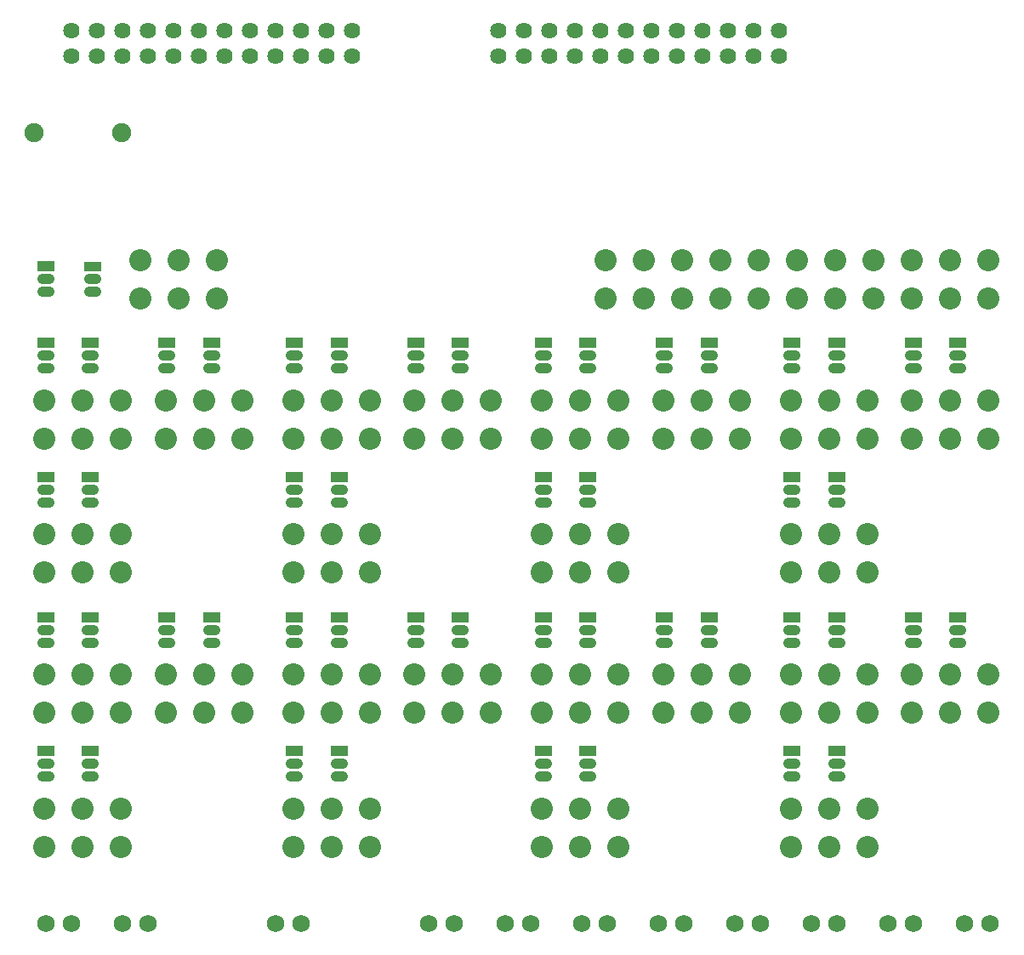
<source format=gbs>
G04 Layer: BottomSolderMaskLayer*
G04 EasyEDA v6.4.25, 2021-12-30T01:40:23+01:00*
G04 349a449686454aac8e9d9284578b31c7,bb3cfcbffc6840158e79d7648404357e,10*
G04 Gerber Generator version 0.2*
G04 Scale: 100 percent, Rotated: No, Reflected: No *
G04 Dimensions in millimeters *
G04 leading zeros omitted , absolute positions ,4 integer and 5 decimal *
%FSLAX45Y45*%
%MOMM*%

%ADD22C,1.0016*%
%ADD23C,1.7526*%
%ADD24C,1.9016*%
%ADD25C,1.6256*%
%ADD27C,2.2022*%

%LPD*%
D22*
X1368498Y6921500D02*
G01*
X1298498Y6921500D01*
X1368498Y6794500D02*
G01*
X1298498Y6794500D01*
X1837890Y6920992D02*
G01*
X1767890Y6920992D01*
X1837890Y6793992D02*
G01*
X1767890Y6793992D01*
X1368498Y6159500D02*
G01*
X1298498Y6159500D01*
X1368498Y6032500D02*
G01*
X1298498Y6032500D01*
X1812998Y6159500D02*
G01*
X1742998Y6159500D01*
X1812998Y6032500D02*
G01*
X1742998Y6032500D01*
X2574998Y6159500D02*
G01*
X2504998Y6159500D01*
X2574998Y6032500D02*
G01*
X2504998Y6032500D01*
X3019498Y6159500D02*
G01*
X2949498Y6159500D01*
X3019498Y6032500D02*
G01*
X2949498Y6032500D01*
X1368498Y4826000D02*
G01*
X1298498Y4826000D01*
X1368498Y4699000D02*
G01*
X1298498Y4699000D01*
X1812998Y4826000D02*
G01*
X1742998Y4826000D01*
X1812998Y4699000D02*
G01*
X1742998Y4699000D01*
X3844998Y6159500D02*
G01*
X3774998Y6159500D01*
X3844998Y6032500D02*
G01*
X3774998Y6032500D01*
X4289498Y6159500D02*
G01*
X4219498Y6159500D01*
X4289498Y6032500D02*
G01*
X4219498Y6032500D01*
X5051498Y6159500D02*
G01*
X4981498Y6159500D01*
X5051498Y6032500D02*
G01*
X4981498Y6032500D01*
X5495998Y6159500D02*
G01*
X5425998Y6159500D01*
X5495998Y6032500D02*
G01*
X5425998Y6032500D01*
X3844998Y4826000D02*
G01*
X3774998Y4826000D01*
X3844998Y4699000D02*
G01*
X3774998Y4699000D01*
X4289498Y4826000D02*
G01*
X4219498Y4826000D01*
X4289498Y4699000D02*
G01*
X4219498Y4699000D01*
X6321498Y6159500D02*
G01*
X6251498Y6159500D01*
X6321498Y6032500D02*
G01*
X6251498Y6032500D01*
X6765998Y6159500D02*
G01*
X6695998Y6159500D01*
X6765998Y6032500D02*
G01*
X6695998Y6032500D01*
X7527998Y6159500D02*
G01*
X7457998Y6159500D01*
X7527998Y6032500D02*
G01*
X7457998Y6032500D01*
X7972498Y6159500D02*
G01*
X7902498Y6159500D01*
X7972498Y6032500D02*
G01*
X7902498Y6032500D01*
X6321498Y4826000D02*
G01*
X6251498Y4826000D01*
X6321498Y4699000D02*
G01*
X6251498Y4699000D01*
X6765998Y4826000D02*
G01*
X6695998Y4826000D01*
X6765998Y4699000D02*
G01*
X6695998Y4699000D01*
X8797998Y6159500D02*
G01*
X8727998Y6159500D01*
X8797998Y6032500D02*
G01*
X8727998Y6032500D01*
X9242498Y6159500D02*
G01*
X9172498Y6159500D01*
X9242498Y6032500D02*
G01*
X9172498Y6032500D01*
X10004498Y6159500D02*
G01*
X9934498Y6159500D01*
X10004498Y6032500D02*
G01*
X9934498Y6032500D01*
X10448998Y6159500D02*
G01*
X10378998Y6159500D01*
X10448998Y6032500D02*
G01*
X10378998Y6032500D01*
X8797998Y4826000D02*
G01*
X8727998Y4826000D01*
X8797998Y4699000D02*
G01*
X8727998Y4699000D01*
X9242498Y4826000D02*
G01*
X9172498Y4826000D01*
X9242498Y4699000D02*
G01*
X9172498Y4699000D01*
X1368498Y3429000D02*
G01*
X1298498Y3429000D01*
X1368498Y3302000D02*
G01*
X1298498Y3302000D01*
X1812998Y3429000D02*
G01*
X1742998Y3429000D01*
X1812998Y3302000D02*
G01*
X1742998Y3302000D01*
X2574998Y3429000D02*
G01*
X2504998Y3429000D01*
X2574998Y3302000D02*
G01*
X2504998Y3302000D01*
X3019498Y3429000D02*
G01*
X2949498Y3429000D01*
X3019498Y3302000D02*
G01*
X2949498Y3302000D01*
X1368498Y2095500D02*
G01*
X1298498Y2095500D01*
X1368498Y1968500D02*
G01*
X1298498Y1968500D01*
X1812998Y2095500D02*
G01*
X1742998Y2095500D01*
X1812998Y1968500D02*
G01*
X1742998Y1968500D01*
X3844998Y3429000D02*
G01*
X3774998Y3429000D01*
X3844998Y3302000D02*
G01*
X3774998Y3302000D01*
X4289498Y3429000D02*
G01*
X4219498Y3429000D01*
X4289498Y3302000D02*
G01*
X4219498Y3302000D01*
X5051498Y3429000D02*
G01*
X4981498Y3429000D01*
X5051498Y3302000D02*
G01*
X4981498Y3302000D01*
X5495998Y3429000D02*
G01*
X5425998Y3429000D01*
X5495998Y3302000D02*
G01*
X5425998Y3302000D01*
X3844998Y2095500D02*
G01*
X3774998Y2095500D01*
X3844998Y1968500D02*
G01*
X3774998Y1968500D01*
X4289498Y2095500D02*
G01*
X4219498Y2095500D01*
X4289498Y1968500D02*
G01*
X4219498Y1968500D01*
X6321498Y3429000D02*
G01*
X6251498Y3429000D01*
X6321498Y3302000D02*
G01*
X6251498Y3302000D01*
X6765998Y3429000D02*
G01*
X6695998Y3429000D01*
X6765998Y3302000D02*
G01*
X6695998Y3302000D01*
X7527998Y3429000D02*
G01*
X7457998Y3429000D01*
X7527998Y3302000D02*
G01*
X7457998Y3302000D01*
X7972498Y3429000D02*
G01*
X7902498Y3429000D01*
X7972498Y3302000D02*
G01*
X7902498Y3302000D01*
X6321498Y2095500D02*
G01*
X6251498Y2095500D01*
X6321498Y1968500D02*
G01*
X6251498Y1968500D01*
X6765998Y2095500D02*
G01*
X6695998Y2095500D01*
X6765998Y1968500D02*
G01*
X6695998Y1968500D01*
X8797998Y3429000D02*
G01*
X8727998Y3429000D01*
X8797998Y3302000D02*
G01*
X8727998Y3302000D01*
X9242498Y3429000D02*
G01*
X9172498Y3429000D01*
X9242498Y3302000D02*
G01*
X9172498Y3302000D01*
X10004498Y3429000D02*
G01*
X9934498Y3429000D01*
X10004498Y3302000D02*
G01*
X9934498Y3302000D01*
X10448998Y3429000D02*
G01*
X10378998Y3429000D01*
X10448998Y3302000D02*
G01*
X10378998Y3302000D01*
X8797998Y2095500D02*
G01*
X8727998Y2095500D01*
X8797998Y1968500D02*
G01*
X8727998Y1968500D01*
X9242498Y2095500D02*
G01*
X9172498Y2095500D01*
X9242498Y1968500D02*
G01*
X9172498Y1968500D01*
D23*
G01*
X2095500Y508000D03*
G01*
X2349500Y508000D03*
G01*
X3619500Y508000D03*
G01*
X3873500Y508000D03*
G01*
X1333500Y508000D03*
G01*
X1587500Y508000D03*
G01*
X10477500Y508000D03*
G01*
X10731500Y508000D03*
G01*
X9715500Y508000D03*
G01*
X9969500Y508000D03*
G01*
X8953500Y508000D03*
G01*
X9207500Y508000D03*
G01*
X8191500Y508000D03*
G01*
X8445500Y508000D03*
G01*
X7429500Y508000D03*
G01*
X7683500Y508000D03*
G01*
X6667500Y508000D03*
G01*
X6921500Y508000D03*
G01*
X5905500Y508000D03*
G01*
X6159500Y508000D03*
G01*
X5143500Y508000D03*
G01*
X5397500Y508000D03*
D24*
G01*
X1215999Y8382000D03*
G01*
X2086000Y8382000D03*
D25*
G01*
X8636000Y9398000D03*
G01*
X8636000Y9144000D03*
G01*
X8382000Y9398000D03*
G01*
X8382000Y9144000D03*
G01*
X8128000Y9398000D03*
G01*
X8128000Y9144000D03*
G01*
X7874000Y9398000D03*
G01*
X7874000Y9144000D03*
G01*
X7620000Y9398000D03*
G01*
X7620000Y9144000D03*
G01*
X7366000Y9398000D03*
G01*
X7366000Y9144000D03*
G01*
X7112000Y9398000D03*
G01*
X7112000Y9144000D03*
G01*
X6858000Y9398000D03*
G01*
X6858000Y9144000D03*
G01*
X6604000Y9398000D03*
G01*
X6604000Y9144000D03*
G01*
X6350000Y9398000D03*
G01*
X6350000Y9144000D03*
G01*
X6096000Y9398000D03*
G01*
X6096000Y9144000D03*
G01*
X5842000Y9398000D03*
G01*
X5842000Y9144000D03*
G01*
X4381500Y9398000D03*
G01*
X4381500Y9144000D03*
G01*
X4127500Y9398000D03*
G01*
X4127500Y9144000D03*
G01*
X3873500Y9398000D03*
G01*
X3873500Y9144000D03*
G01*
X3619500Y9398000D03*
G01*
X3619500Y9144000D03*
G01*
X3365500Y9398000D03*
G01*
X3365500Y9144000D03*
G01*
X3111500Y9398000D03*
G01*
X3111500Y9144000D03*
G01*
X2857500Y9398000D03*
G01*
X2857500Y9144000D03*
G01*
X2603500Y9398000D03*
G01*
X2603500Y9144000D03*
G01*
X2349500Y9398000D03*
G01*
X2349500Y9144000D03*
G01*
X2095500Y9398000D03*
G01*
X2095500Y9144000D03*
G01*
X1841500Y9398000D03*
G01*
X1841500Y9144000D03*
G01*
X1587500Y9398000D03*
G01*
X1587500Y9144000D03*
G36*
X1248410Y6998462D02*
G01*
X1248410Y7098537D01*
X1418589Y7098537D01*
X1418589Y6998462D01*
G37*
G36*
X1717802Y6997954D02*
G01*
X1717802Y7098029D01*
X1887981Y7098029D01*
X1887981Y6997954D01*
G37*
G36*
X1248410Y6236462D02*
G01*
X1248410Y6336537D01*
X1418589Y6336537D01*
X1418589Y6236462D01*
G37*
G36*
X1692910Y6236462D02*
G01*
X1692910Y6336537D01*
X1863089Y6336537D01*
X1863089Y6236462D01*
G37*
G36*
X2454909Y6236462D02*
G01*
X2454909Y6336537D01*
X2625090Y6336537D01*
X2625090Y6236462D01*
G37*
G36*
X2899409Y6236462D02*
G01*
X2899409Y6336537D01*
X3069590Y6336537D01*
X3069590Y6236462D01*
G37*
G36*
X1248410Y4902962D02*
G01*
X1248410Y5003037D01*
X1418589Y5003037D01*
X1418589Y4902962D01*
G37*
G36*
X1692910Y4902962D02*
G01*
X1692910Y5003037D01*
X1863089Y5003037D01*
X1863089Y4902962D01*
G37*
G36*
X3724909Y6236462D02*
G01*
X3724909Y6336537D01*
X3895090Y6336537D01*
X3895090Y6236462D01*
G37*
G36*
X4169409Y6236462D02*
G01*
X4169409Y6336537D01*
X4339590Y6336537D01*
X4339590Y6236462D01*
G37*
G36*
X4931409Y6236462D02*
G01*
X4931409Y6336537D01*
X5101590Y6336537D01*
X5101590Y6236462D01*
G37*
G36*
X5375909Y6236462D02*
G01*
X5375909Y6336537D01*
X5546090Y6336537D01*
X5546090Y6236462D01*
G37*
G36*
X3724909Y4902962D02*
G01*
X3724909Y5003037D01*
X3895090Y5003037D01*
X3895090Y4902962D01*
G37*
G36*
X4169409Y4902962D02*
G01*
X4169409Y5003037D01*
X4339590Y5003037D01*
X4339590Y4902962D01*
G37*
G36*
X6201409Y6236462D02*
G01*
X6201409Y6336537D01*
X6371590Y6336537D01*
X6371590Y6236462D01*
G37*
G36*
X6645909Y6236462D02*
G01*
X6645909Y6336537D01*
X6816090Y6336537D01*
X6816090Y6236462D01*
G37*
G36*
X7407909Y6236462D02*
G01*
X7407909Y6336537D01*
X7578090Y6336537D01*
X7578090Y6236462D01*
G37*
G36*
X7852409Y6236462D02*
G01*
X7852409Y6336537D01*
X8022590Y6336537D01*
X8022590Y6236462D01*
G37*
G36*
X6201409Y4902962D02*
G01*
X6201409Y5003037D01*
X6371590Y5003037D01*
X6371590Y4902962D01*
G37*
G36*
X6645909Y4902962D02*
G01*
X6645909Y5003037D01*
X6816090Y5003037D01*
X6816090Y4902962D01*
G37*
G36*
X8677909Y6236462D02*
G01*
X8677909Y6336537D01*
X8848090Y6336537D01*
X8848090Y6236462D01*
G37*
G36*
X9122409Y6236462D02*
G01*
X9122409Y6336537D01*
X9292590Y6336537D01*
X9292590Y6236462D01*
G37*
G36*
X9884409Y6236462D02*
G01*
X9884409Y6336537D01*
X10054590Y6336537D01*
X10054590Y6236462D01*
G37*
G36*
X10328909Y6236462D02*
G01*
X10328909Y6336537D01*
X10499090Y6336537D01*
X10499090Y6236462D01*
G37*
G36*
X8677909Y4902962D02*
G01*
X8677909Y5003037D01*
X8848090Y5003037D01*
X8848090Y4902962D01*
G37*
G36*
X9122409Y4902962D02*
G01*
X9122409Y5003037D01*
X9292590Y5003037D01*
X9292590Y4902962D01*
G37*
G36*
X1248410Y3505962D02*
G01*
X1248410Y3606037D01*
X1418589Y3606037D01*
X1418589Y3505962D01*
G37*
G36*
X1692910Y3505962D02*
G01*
X1692910Y3606037D01*
X1863089Y3606037D01*
X1863089Y3505962D01*
G37*
G36*
X2454909Y3505962D02*
G01*
X2454909Y3606037D01*
X2625090Y3606037D01*
X2625090Y3505962D01*
G37*
G36*
X2899409Y3505962D02*
G01*
X2899409Y3606037D01*
X3069590Y3606037D01*
X3069590Y3505962D01*
G37*
G36*
X1248410Y2172462D02*
G01*
X1248410Y2272537D01*
X1418589Y2272537D01*
X1418589Y2172462D01*
G37*
G36*
X1692910Y2172462D02*
G01*
X1692910Y2272537D01*
X1863089Y2272537D01*
X1863089Y2172462D01*
G37*
G36*
X3724909Y3505962D02*
G01*
X3724909Y3606037D01*
X3895090Y3606037D01*
X3895090Y3505962D01*
G37*
G36*
X4169409Y3505962D02*
G01*
X4169409Y3606037D01*
X4339590Y3606037D01*
X4339590Y3505962D01*
G37*
G36*
X4931409Y3505962D02*
G01*
X4931409Y3606037D01*
X5101590Y3606037D01*
X5101590Y3505962D01*
G37*
G36*
X5375909Y3505962D02*
G01*
X5375909Y3606037D01*
X5546090Y3606037D01*
X5546090Y3505962D01*
G37*
G36*
X3724909Y2172462D02*
G01*
X3724909Y2272537D01*
X3895090Y2272537D01*
X3895090Y2172462D01*
G37*
G36*
X4169409Y2172462D02*
G01*
X4169409Y2272537D01*
X4339590Y2272537D01*
X4339590Y2172462D01*
G37*
G36*
X6201409Y3505962D02*
G01*
X6201409Y3606037D01*
X6371590Y3606037D01*
X6371590Y3505962D01*
G37*
G36*
X6645909Y3505962D02*
G01*
X6645909Y3606037D01*
X6816090Y3606037D01*
X6816090Y3505962D01*
G37*
G36*
X7407909Y3505962D02*
G01*
X7407909Y3606037D01*
X7578090Y3606037D01*
X7578090Y3505962D01*
G37*
G36*
X7852409Y3505962D02*
G01*
X7852409Y3606037D01*
X8022590Y3606037D01*
X8022590Y3505962D01*
G37*
G36*
X6201409Y2172462D02*
G01*
X6201409Y2272537D01*
X6371590Y2272537D01*
X6371590Y2172462D01*
G37*
G36*
X6645909Y2172462D02*
G01*
X6645909Y2272537D01*
X6816090Y2272537D01*
X6816090Y2172462D01*
G37*
G36*
X8677909Y3505962D02*
G01*
X8677909Y3606037D01*
X8848090Y3606037D01*
X8848090Y3505962D01*
G37*
G36*
X9122409Y3505962D02*
G01*
X9122409Y3606037D01*
X9292590Y3606037D01*
X9292590Y3505962D01*
G37*
G36*
X9884409Y3505962D02*
G01*
X9884409Y3606037D01*
X10054590Y3606037D01*
X10054590Y3505962D01*
G37*
G36*
X10328909Y3505962D02*
G01*
X10328909Y3606037D01*
X10499090Y3606037D01*
X10499090Y3505962D01*
G37*
G36*
X8677909Y2172462D02*
G01*
X8677909Y2272537D01*
X8848090Y2272537D01*
X8848090Y2172462D01*
G37*
G36*
X9122409Y2172462D02*
G01*
X9122409Y2272537D01*
X9292590Y2272537D01*
X9292590Y2172462D01*
G37*
D27*
G01*
X6908800Y7112000D03*
G01*
X6908800Y6731000D03*
G01*
X7289800Y7112000D03*
G01*
X7289800Y6731000D03*
G01*
X7670800Y7112000D03*
G01*
X7670800Y6731000D03*
G01*
X8051800Y7112000D03*
G01*
X8051800Y6731000D03*
G01*
X8432800Y7112000D03*
G01*
X8432800Y6731000D03*
G01*
X8813800Y7112000D03*
G01*
X8813800Y6731000D03*
G01*
X9194800Y7112000D03*
G01*
X9194800Y6731000D03*
G01*
X9575800Y7112000D03*
G01*
X9575800Y6731000D03*
G01*
X9956800Y7112000D03*
G01*
X9956800Y6731000D03*
G01*
X10337800Y7112000D03*
G01*
X10337800Y6731000D03*
G01*
X10718800Y7112000D03*
G01*
X10718800Y6731000D03*
G01*
X2273300Y7112000D03*
G01*
X2273300Y6731000D03*
G01*
X2654300Y7112000D03*
G01*
X2654300Y6731000D03*
G01*
X3035300Y7112000D03*
G01*
X3035300Y6731000D03*
G01*
X1320800Y5715000D03*
G01*
X1320800Y5334000D03*
G01*
X1701800Y5715000D03*
G01*
X1701800Y5334000D03*
G01*
X2082800Y5715000D03*
G01*
X2082800Y5334000D03*
G01*
X2527300Y5715000D03*
G01*
X2527300Y5334000D03*
G01*
X2908300Y5715000D03*
G01*
X2908300Y5334000D03*
G01*
X3289300Y5715000D03*
G01*
X3289300Y5334000D03*
G01*
X1320800Y4381500D03*
G01*
X1320800Y4000500D03*
G01*
X1701800Y4381500D03*
G01*
X1701800Y4000500D03*
G01*
X2082800Y4381500D03*
G01*
X2082800Y4000500D03*
G01*
X3797300Y5715000D03*
G01*
X3797300Y5334000D03*
G01*
X4178300Y5715000D03*
G01*
X4178300Y5334000D03*
G01*
X4559300Y5715000D03*
G01*
X4559300Y5334000D03*
G01*
X5003800Y5715000D03*
G01*
X5003800Y5334000D03*
G01*
X5384800Y5715000D03*
G01*
X5384800Y5334000D03*
G01*
X5765800Y5715000D03*
G01*
X5765800Y5334000D03*
G01*
X3797300Y4381500D03*
G01*
X3797300Y4000500D03*
G01*
X4178300Y4381500D03*
G01*
X4178300Y4000500D03*
G01*
X4559300Y4381500D03*
G01*
X4559300Y4000500D03*
G01*
X6273800Y5715000D03*
G01*
X6273800Y5334000D03*
G01*
X6654800Y5715000D03*
G01*
X6654800Y5334000D03*
G01*
X7035800Y5715000D03*
G01*
X7035800Y5334000D03*
G01*
X7480300Y5715000D03*
G01*
X7480300Y5334000D03*
G01*
X7861300Y5715000D03*
G01*
X7861300Y5334000D03*
G01*
X8242300Y5715000D03*
G01*
X8242300Y5334000D03*
G01*
X6273800Y4381500D03*
G01*
X6273800Y4000500D03*
G01*
X6654800Y4381500D03*
G01*
X6654800Y4000500D03*
G01*
X7035800Y4381500D03*
G01*
X7035800Y4000500D03*
G01*
X8750300Y5715000D03*
G01*
X8750300Y5334000D03*
G01*
X9131300Y5715000D03*
G01*
X9131300Y5334000D03*
G01*
X9512300Y5715000D03*
G01*
X9512300Y5334000D03*
G01*
X9956800Y5715000D03*
G01*
X9956800Y5334000D03*
G01*
X10337800Y5715000D03*
G01*
X10337800Y5334000D03*
G01*
X10718800Y5715000D03*
G01*
X10718800Y5334000D03*
G01*
X8750300Y4381500D03*
G01*
X8750300Y4000500D03*
G01*
X9131300Y4381500D03*
G01*
X9131300Y4000500D03*
G01*
X9512300Y4381500D03*
G01*
X9512300Y4000500D03*
G01*
X1320800Y2984500D03*
G01*
X1320800Y2603500D03*
G01*
X1701800Y2984500D03*
G01*
X1701800Y2603500D03*
G01*
X2082800Y2984500D03*
G01*
X2082800Y2603500D03*
G01*
X2527300Y2984500D03*
G01*
X2527300Y2603500D03*
G01*
X2908300Y2984500D03*
G01*
X2908300Y2603500D03*
G01*
X3289300Y2984500D03*
G01*
X3289300Y2603500D03*
G01*
X1320800Y1651000D03*
G01*
X1320800Y1270000D03*
G01*
X1701800Y1651000D03*
G01*
X1701800Y1270000D03*
G01*
X2082800Y1651000D03*
G01*
X2082800Y1270000D03*
G01*
X3797300Y2984500D03*
G01*
X3797300Y2603500D03*
G01*
X4178300Y2984500D03*
G01*
X4178300Y2603500D03*
G01*
X4559300Y2984500D03*
G01*
X4559300Y2603500D03*
G01*
X5003800Y2984500D03*
G01*
X5003800Y2603500D03*
G01*
X5384800Y2984500D03*
G01*
X5384800Y2603500D03*
G01*
X5765800Y2984500D03*
G01*
X5765800Y2603500D03*
G01*
X3797300Y1651000D03*
G01*
X3797300Y1270000D03*
G01*
X4178300Y1651000D03*
G01*
X4178300Y1270000D03*
G01*
X4559300Y1651000D03*
G01*
X4559300Y1270000D03*
G01*
X6273800Y2984500D03*
G01*
X6273800Y2603500D03*
G01*
X6654800Y2984500D03*
G01*
X6654800Y2603500D03*
G01*
X7035800Y2984500D03*
G01*
X7035800Y2603500D03*
G01*
X7480300Y2984500D03*
G01*
X7480300Y2603500D03*
G01*
X7861300Y2984500D03*
G01*
X7861300Y2603500D03*
G01*
X8242300Y2984500D03*
G01*
X8242300Y2603500D03*
G01*
X6273800Y1651000D03*
G01*
X6273800Y1270000D03*
G01*
X6654800Y1651000D03*
G01*
X6654800Y1270000D03*
G01*
X7035800Y1651000D03*
G01*
X7035800Y1270000D03*
G01*
X8750300Y2984500D03*
G01*
X8750300Y2603500D03*
G01*
X9131300Y2984500D03*
G01*
X9131300Y2603500D03*
G01*
X9512300Y2984500D03*
G01*
X9512300Y2603500D03*
G01*
X9956800Y2984500D03*
G01*
X9956800Y2603500D03*
G01*
X10337800Y2984500D03*
G01*
X10337800Y2603500D03*
G01*
X10718800Y2984500D03*
G01*
X10718800Y2603500D03*
G01*
X8750300Y1651000D03*
G01*
X8750300Y1270000D03*
G01*
X9131300Y1651000D03*
G01*
X9131300Y1270000D03*
G01*
X9512300Y1651000D03*
G01*
X9512300Y1270000D03*
M02*

</source>
